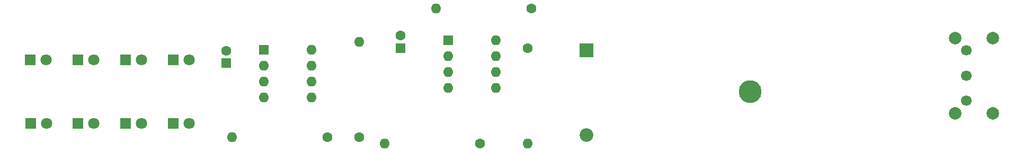
<source format=gbr>
%TF.GenerationSoftware,KiCad,Pcbnew,(6.0.11-0)*%
%TF.CreationDate,2023-01-30T23:51:34+08:00*%
%TF.ProjectId,led_stick,6c65645f-7374-4696-936b-2e6b69636164,rev?*%
%TF.SameCoordinates,Original*%
%TF.FileFunction,Soldermask,Bot*%
%TF.FilePolarity,Negative*%
%FSLAX46Y46*%
G04 Gerber Fmt 4.6, Leading zero omitted, Abs format (unit mm)*
G04 Created by KiCad (PCBNEW (6.0.11-0)) date 2023-01-30 23:51:34*
%MOMM*%
%LPD*%
G01*
G04 APERTURE LIST*
%ADD10R,1.600000X1.600000*%
%ADD11O,1.600000X1.600000*%
%ADD12C,2.000000*%
%ADD13C,1.700000*%
%ADD14C,1.600000*%
%ADD15R,1.800000X1.800000*%
%ADD16C,1.800000*%
%ADD17C,3.650000*%
%ADD18R,2.170000X2.170000*%
%ADD19C,2.170000*%
G04 APERTURE END LIST*
D10*
%TO.C,U2*%
X77978000Y-94879000D03*
D11*
X77978000Y-97419000D03*
X77978000Y-99959000D03*
X77978000Y-102499000D03*
X85598000Y-102499000D03*
X85598000Y-99959000D03*
X85598000Y-97419000D03*
X85598000Y-94879000D03*
%TD*%
D10*
%TO.C,U1*%
X107442000Y-93355000D03*
D11*
X107442000Y-95895000D03*
X107442000Y-98435000D03*
X107442000Y-100975000D03*
X115062000Y-100975000D03*
X115062000Y-98435000D03*
X115062000Y-95895000D03*
X115062000Y-93355000D03*
%TD*%
D12*
%TO.C,SW1*%
X188497500Y-93017500D03*
X194497500Y-105017500D03*
X188497500Y-105017500D03*
X194497500Y-93017500D03*
D13*
X190247500Y-103017500D03*
X190247500Y-99017500D03*
X190247500Y-95017500D03*
%TD*%
D14*
%TO.C,R5*%
X112522000Y-109855000D03*
D11*
X97282000Y-109855000D03*
%TD*%
D14*
%TO.C,R4*%
X93218000Y-108839000D03*
D11*
X93218000Y-93599000D03*
%TD*%
D14*
%TO.C,R3*%
X88138000Y-108839000D03*
D11*
X72898000Y-108839000D03*
%TD*%
D14*
%TO.C,R2*%
X120142000Y-94615000D03*
D11*
X120142000Y-109855000D03*
%TD*%
D14*
%TO.C,R1*%
X120777000Y-88265000D03*
D11*
X105537000Y-88265000D03*
%TD*%
D15*
%TO.C,D8*%
X40767000Y-106680000D03*
D16*
X43307000Y-106680000D03*
%TD*%
D15*
%TO.C,D7*%
X48260000Y-106680000D03*
D16*
X50800000Y-106680000D03*
%TD*%
D15*
%TO.C,D6*%
X55880000Y-106680000D03*
D16*
X58420000Y-106680000D03*
%TD*%
D15*
%TO.C,D5*%
X63500000Y-106680000D03*
D16*
X66040000Y-106680000D03*
%TD*%
D15*
%TO.C,D4*%
X63500000Y-96520000D03*
D16*
X66040000Y-96520000D03*
%TD*%
D15*
%TO.C,D3*%
X55880000Y-96520000D03*
D16*
X58420000Y-96520000D03*
%TD*%
D15*
%TO.C,D2*%
X48260000Y-96520000D03*
D16*
X50800000Y-96520000D03*
%TD*%
D15*
%TO.C,D1*%
X40640000Y-96520000D03*
D16*
X43180000Y-96520000D03*
%TD*%
D10*
%TO.C,C2*%
X72013000Y-97043732D03*
D14*
X72013000Y-95043732D03*
%TD*%
D10*
%TO.C,C1*%
X99822000Y-94615000D03*
D14*
X99822000Y-92615000D03*
%TD*%
D17*
%TO.C,BT1*%
X155700000Y-101590000D03*
D18*
X129540000Y-94960000D03*
D19*
X129540000Y-108550000D03*
%TD*%
M02*

</source>
